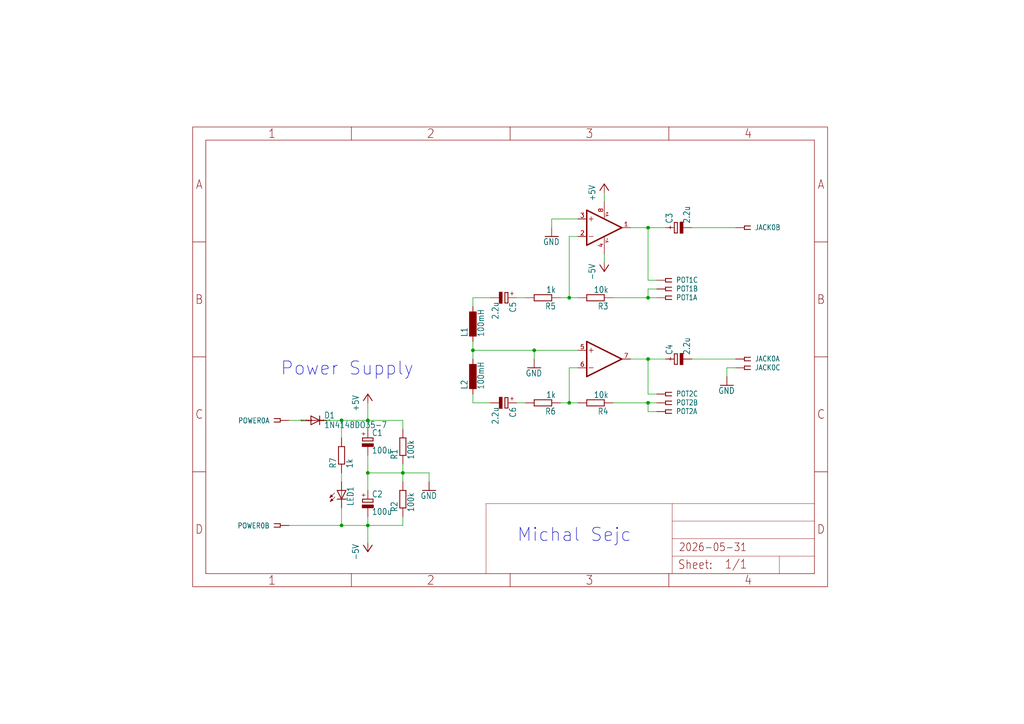
<source format=kicad_sch>
(kicad_sch (version 20230121) (generator eeschema)
  (paper "A4")
  (lib_symbols
    (symbol "FLONW2WIQIA89IA-eagle-import:+5V" (power)
      (property "Value" "+5V" (at -2.54 -5.08 90))
      (symbol "+5V_1_0"
        (polyline (pts (xy 0 0) (xy -1.27 -1.905)) (stroke (width 0.254)))
        (polyline (pts (xy 1.27 -1.905) (xy 0 0)) (stroke (width 0.254)))
        (pin power_in line (at 0 -2.54 90) (length 2.54) (name "+5V") (number "1"))
      )
    )
    (symbol "FLONW2WIQIA89IA-eagle-import:-5V" (power)
      (property "Value" "-5V" (at -2.54 -2.54 90))
      (symbol "-5V_1_0"
        (polyline (pts (xy -1.27 1.905) (xy 0 0)) (stroke (width 0.254)))
        (polyline (pts (xy 0 0) (xy 1.27 1.905)) (stroke (width 0.254)))
        (pin power_in line (at 0 2.54 270) (length 2.54) (name "-5V") (number "1"))
      )
    )
    (symbol "FLONW2WIQIA89IA-eagle-import:1N4148DO35-7"
      (property "Reference" "D" (at 2.54 0.4826 0))
      (symbol "1N4148DO35-7_1_0"
        (polyline (pts (xy -1.27 -1.27) (xy 1.27 0)) (stroke (width 0.254)))
        (polyline (pts (xy -1.27 1.27) (xy -1.27 -1.27)) (stroke (width 0.254)))
        (polyline (pts (xy 1.27 0) (xy -1.27 1.27)) (stroke (width 0.254)))
        (polyline (pts (xy 1.27 0) (xy 1.27 -1.27)) (stroke (width 0.254)))
        (polyline (pts (xy 1.27 1.27) (xy 1.27 0)) (stroke (width 0.254)))
        (text "SpiceOrder 1" (at -2.54 0 0) (effects (font (size 0.4064 0.3454))))
        (text "SpiceOrder 2" (at 2.54 0 0) (effects (font (size 0.4064 0.3454))))
        (pin passive line (at -2.54 0 0) (length 2.54) (name "A") (number "A"))
        (pin passive line (at 2.54 0 180) (length 2.54) (name "C") (number "C"))
      )
    )
    (symbol "FLONW2WIQIA89IA-eagle-import:A5L-LOC"
      (symbol "A5L-LOC_1_0"
        (polyline (pts (xy 0 33.3375) (xy 3.81 33.3375)))
        (polyline (pts (xy 0 66.675) (xy 3.81 66.675)))
        (polyline (pts (xy 0 100.0125) (xy 3.81 100.0125)))
        (polyline (pts (xy 3.81 3.81) (xy 3.81 129.54)))
        (polyline (pts (xy 46.0375 0) (xy 46.0375 3.81)))
        (polyline (pts (xy 46.0375 129.54) (xy 46.0375 133.35)))
        (polyline (pts (xy 85.09 3.81) (xy 85.09 24.13)) (stroke (width 0.1016)))
        (polyline (pts (xy 85.09 24.13) (xy 139.065 24.13)) (stroke (width 0.1016)))
        (polyline (pts (xy 92.075 0) (xy 92.075 3.81)))
        (polyline (pts (xy 92.075 129.54) (xy 92.075 133.35)))
        (polyline (pts (xy 138.1125 0) (xy 138.1125 3.81)))
        (polyline (pts (xy 138.1125 129.54) (xy 138.1125 133.35)))
        (polyline (pts (xy 139.065 8.89) (xy 139.065 3.81)) (stroke (width 0.1016)))
        (polyline (pts (xy 139.065 8.89) (xy 139.065 13.97)) (stroke (width 0.1016)))
        (polyline (pts (xy 139.065 13.97) (xy 139.065 19.05)) (stroke (width 0.1016)))
        (polyline (pts (xy 139.065 13.97) (xy 180.34 13.97)) (stroke (width 0.1016)))
        (polyline (pts (xy 139.065 19.05) (xy 139.065 24.13)) (stroke (width 0.1016)))
        (polyline (pts (xy 139.065 19.05) (xy 180.34 19.05)) (stroke (width 0.1016)))
        (polyline (pts (xy 139.065 24.13) (xy 180.34 24.13)) (stroke (width 0.1016)))
        (polyline (pts (xy 170.18 3.81) (xy 170.18 8.89)) (stroke (width 0.1016)))
        (polyline (pts (xy 170.18 8.89) (xy 139.065 8.89)) (stroke (width 0.1016)))
        (polyline (pts (xy 170.18 8.89) (xy 180.34 8.89)) (stroke (width 0.1016)))
        (polyline (pts (xy 180.34 3.81) (xy 3.81 3.81)))
        (polyline (pts (xy 180.34 3.81) (xy 180.34 129.54)))
        (polyline (pts (xy 180.34 33.3375) (xy 184.15 33.3375)))
        (polyline (pts (xy 180.34 66.675) (xy 184.15 66.675)))
        (polyline (pts (xy 180.34 100.0125) (xy 184.15 100.0125)))
        (polyline (pts (xy 180.34 129.54) (xy 3.81 129.54)))
        (polyline (pts (xy 0 0) (xy 184.15 0) (xy 184.15 133.35) (xy 0 133.35) (xy 0 0)))
        (text "${#}/${##}" (at 154.305 5.08 0) (effects (font (size 2.54 2.159)) (justify left bottom)))
        (text "${CURRENT_DATE}" (at 140.97 10.16 0) (effects (font (size 2.286 1.9431)) (justify left bottom)))
        (text "${PROJECTNAME}" (at 140.97 15.24 0) (effects (font (size 2.54 2.159)) (justify left bottom)))
        (text "1" (at 23.0188 1.905 0) (effects (font (size 2.54 2.286))))
        (text "1" (at 23.0188 131.445 0) (effects (font (size 2.54 2.286))))
        (text "2" (at 69.0563 1.905 0) (effects (font (size 2.54 2.286))))
        (text "2" (at 69.0563 131.445 0) (effects (font (size 2.54 2.286))))
        (text "3" (at 115.0938 1.905 0) (effects (font (size 2.54 2.286))))
        (text "3" (at 115.0938 131.445 0) (effects (font (size 2.54 2.286))))
        (text "4" (at 161.1313 1.905 0) (effects (font (size 2.54 2.286))))
        (text "4" (at 161.1313 131.445 0) (effects (font (size 2.54 2.286))))
        (text "A" (at 1.905 116.6813 0) (effects (font (size 2.54 2.286))))
        (text "A" (at 182.245 116.6813 0) (effects (font (size 2.54 2.286))))
        (text "B" (at 1.905 83.3438 0) (effects (font (size 2.54 2.286))))
        (text "B" (at 182.245 83.3438 0) (effects (font (size 2.54 2.286))))
        (text "C" (at 1.905 50.0063 0) (effects (font (size 2.54 2.286))))
        (text "C" (at 182.245 50.0063 0) (effects (font (size 2.54 2.286))))
        (text "D" (at 1.905 16.6688 0) (effects (font (size 2.54 2.286))))
        (text "D" (at 182.245 16.6688 0) (effects (font (size 2.54 2.286))))
        (text "Sheet:" (at 140.716 4.953 0) (effects (font (size 2.54 2.159)) (justify left bottom)))
      )
    )
    (symbol "FLONW2WIQIA89IA-eagle-import:CPOL-EUE2,5-6E"
      (property "Reference" "C" (at 1.143 0.4826 0))
      (symbol "CPOL-EUE2,5-6E_1_0"
        (rectangle (start -1.651 -2.54) (end 1.651 -1.651) (fill (type outline)))
        (polyline (pts (xy -1.524 -0.889) (xy 1.524 -0.889)) (stroke (width 0.254)))
        (polyline (pts (xy -1.524 0) (xy -1.524 -0.889)) (stroke (width 0.254)))
        (polyline (pts (xy -1.524 0) (xy 1.524 0)) (stroke (width 0.254)))
        (polyline (pts (xy 1.524 -0.889) (xy 1.524 0)) (stroke (width 0.254)))
        (text "+" (at -0.5842 0.4064 900) (effects (font (size 1.27 1.0795)) (justify left bottom)))
        (pin passive line (at 0 2.54 270) (length 2.54) (name "+") (number "+"))
        (pin passive line (at 0 -5.08 90) (length 2.54) (name "-") (number "-"))
      )
    )
    (symbol "FLONW2WIQIA89IA-eagle-import:CPOL-EUE2.5-7"
      (property "Reference" "C" (at 1.143 0.4826 0))
      (symbol "CPOL-EUE2.5-7_1_0"
        (rectangle (start -1.651 -2.54) (end 1.651 -1.651) (fill (type outline)))
        (polyline (pts (xy -1.524 -0.889) (xy 1.524 -0.889)) (stroke (width 0.254)))
        (polyline (pts (xy -1.524 0) (xy -1.524 -0.889)) (stroke (width 0.254)))
        (polyline (pts (xy -1.524 0) (xy 1.524 0)) (stroke (width 0.254)))
        (polyline (pts (xy 1.524 -0.889) (xy 1.524 0)) (stroke (width 0.254)))
        (text "+" (at -0.5842 0.4064 900) (effects (font (size 1.27 1.0795)) (justify left bottom)))
        (pin passive line (at 0 2.54 270) (length 2.54) (name "+") (number "+"))
        (pin passive line (at 0 -5.08 90) (length 2.54) (name "-") (number "-"))
      )
    )
    (symbol "FLONW2WIQIA89IA-eagle-import:GND" (power)
      (property "Value" "GND" (at -2.54 -2.54 0))
      (symbol "GND_1_0"
        (polyline (pts (xy -1.905 0) (xy 1.905 0)) (stroke (width 0.254)))
        (pin power_in line (at 0 2.54 270) (length 2.54) (name "GND") (number "1"))
      )
    )
    (symbol "FLONW2WIQIA89IA-eagle-import:L-EU0204/5"
      (property "Reference" "L" (at -1.4986 -3.81 90))
      (symbol "L-EU0204/5_1_0"
        (rectangle (start -1.016 -3.556) (end 1.016 3.556) (fill (type outline)))
        (pin passive line (at 0 5.08 270) (length 2.54) (name "1") (number "1"))
        (pin passive line (at 0 -5.08 90) (length 2.54) (name "2") (number "2"))
      )
    )
    (symbol "FLONW2WIQIA89IA-eagle-import:LED5MM"
      (property "Reference" "LED" (at 3.556 -4.572 90))
      (symbol "LED5MM_1_0"
        (polyline (pts (xy -2.032 -0.762) (xy -3.429 -2.159)) (stroke (width 0.1524)))
        (polyline (pts (xy -1.905 -1.905) (xy -3.302 -3.302)) (stroke (width 0.1524)))
        (polyline (pts (xy 0 -2.54) (xy -1.27 -2.54)) (stroke (width 0.254)))
        (polyline (pts (xy 0 -2.54) (xy -1.27 0)) (stroke (width 0.254)))
        (polyline (pts (xy 0 0) (xy -1.27 0)) (stroke (width 0.254)))
        (polyline (pts (xy 0 0) (xy 0 -2.54)) (stroke (width 0.1524)))
        (polyline (pts (xy 1.27 -2.54) (xy 0 -2.54)) (stroke (width 0.254)))
        (polyline (pts (xy 1.27 0) (xy 0 -2.54)) (stroke (width 0.254)))
        (polyline (pts (xy 1.27 0) (xy 0 0)) (stroke (width 0.254)))
        (polyline (pts (xy -3.429 -2.159) (xy -3.048 -1.27) (xy -2.54 -1.778)) (stroke (width 0.1524)) (fill (type outline)))
        (polyline (pts (xy -3.302 -3.302) (xy -2.921 -2.413) (xy -2.413 -2.921)) (stroke (width 0.1524)) (fill (type outline)))
        (pin passive line (at 0 2.54 270) (length 2.54) (name "A") (number "A"))
        (pin passive line (at 0 -5.08 90) (length 2.54) (name "C") (number "K"))
      )
    )
    (symbol "FLONW2WIQIA89IA-eagle-import:LM358N"
      (symbol "LM358N_1_0"
        (polyline (pts (xy -5.08 -5.08) (xy 5.08 0)) (stroke (width 0.4064)))
        (polyline (pts (xy -5.08 5.08) (xy -5.08 -5.08)) (stroke (width 0.4064)))
        (polyline (pts (xy -4.445 -2.54) (xy -3.175 -2.54)) (stroke (width 0.1524)))
        (polyline (pts (xy -4.445 2.54) (xy -3.175 2.54)) (stroke (width 0.1524)))
        (polyline (pts (xy -3.81 3.175) (xy -3.81 1.905)) (stroke (width 0.1524)))
        (polyline (pts (xy 5.08 0) (xy -5.08 5.08)) (stroke (width 0.4064)))
        (pin output line (at 7.62 0 180) (length 2.54) (name "OUT") (number "1"))
        (pin input line (at -7.62 -2.54 0) (length 2.54) (name "-IN") (number "2"))
        (pin input line (at -7.62 2.54 0) (length 2.54) (name "+IN") (number "3"))
      )
      (symbol "LM358N_2_0"
        (polyline (pts (xy -5.08 -5.08) (xy 5.08 0)) (stroke (width 0.4064)))
        (polyline (pts (xy -5.08 5.08) (xy -5.08 -5.08)) (stroke (width 0.4064)))
        (polyline (pts (xy -4.445 -2.54) (xy -3.175 -2.54)) (stroke (width 0.1524)))
        (polyline (pts (xy -4.445 2.54) (xy -3.175 2.54)) (stroke (width 0.1524)))
        (polyline (pts (xy -3.81 3.175) (xy -3.81 1.905)) (stroke (width 0.1524)))
        (polyline (pts (xy 5.08 0) (xy -5.08 5.08)) (stroke (width 0.4064)))
        (pin input line (at -7.62 2.54 0) (length 2.54) (name "+IN") (number "5"))
        (pin input line (at -7.62 -2.54 0) (length 2.54) (name "-IN") (number "6"))
        (pin output line (at 7.62 0 180) (length 2.54) (name "OUT") (number "7"))
      )
      (symbol "LM358N_3_0"
        (text "V+" (at 1.27 3.175 900) (effects (font (size 0.8128 0.6908)) (justify left bottom)))
        (text "V-" (at 1.27 -4.445 900) (effects (font (size 0.8128 0.6908)) (justify left bottom)))
        (pin power_in line (at 0 -7.62 90) (length 5.08) (name "V-") (number "4"))
        (pin power_in line (at 0 7.62 270) (length 5.08) (name "V+") (number "8"))
      )
    )
    (symbol "FLONW2WIQIA89IA-eagle-import:R-EU_0204/7"
      (property "Reference" "R" (at -3.81 1.4986 0))
      (symbol "R-EU_0204/7_1_0"
        (polyline (pts (xy -2.54 -0.889) (xy -2.54 0.889)) (stroke (width 0.254)))
        (polyline (pts (xy -2.54 -0.889) (xy 2.54 -0.889)) (stroke (width 0.254)))
        (polyline (pts (xy 2.54 -0.889) (xy 2.54 0.889)) (stroke (width 0.254)))
        (polyline (pts (xy 2.54 0.889) (xy -2.54 0.889)) (stroke (width 0.254)))
        (pin passive line (at -5.08 0 0) (length 2.54) (name "1") (number "1"))
        (pin passive line (at 5.08 0 180) (length 2.54) (name "2") (number "2"))
      )
    )
    (symbol "FLONW2WIQIA89IA-eagle-import:SSW-102-02-S-S-RA"
      (property "Reference" "X" (at -3.048 0.762 0))
      (symbol "SSW-102-02-S-S-RA_1_0"
        (polyline (pts (xy -1.778 0.508) (xy 0 0.508)) (stroke (width 0.254)))
        (polyline (pts (xy 0 -0.508) (xy -1.778 -0.508)) (stroke (width 0.254)))
        (polyline (pts (xy 0 0.508) (xy 0 -0.508)) (stroke (width 0.254)))
        (pin passive line (at 2.54 0 180) (length 2.54) (name "1") (number "1"))
      )
      (symbol "SSW-102-02-S-S-RA_2_0"
        (polyline (pts (xy -1.778 0.508) (xy 0 0.508)) (stroke (width 0.254)))
        (polyline (pts (xy 0 -0.508) (xy -1.778 -0.508)) (stroke (width 0.254)))
        (polyline (pts (xy 0 0.508) (xy 0 -0.508)) (stroke (width 0.254)))
        (pin passive line (at 2.54 0 180) (length 2.54) (name "1") (number "2"))
      )
    )
    (symbol "FLONW2WIQIA89IA-eagle-import:SSW-103-02-S-S-RA"
      (property "Reference" "X" (at -3.048 0.762 0))
      (symbol "SSW-103-02-S-S-RA_1_0"
        (polyline (pts (xy -1.778 0.508) (xy 0 0.508)) (stroke (width 0.254)))
        (polyline (pts (xy 0 -0.508) (xy -1.778 -0.508)) (stroke (width 0.254)))
        (polyline (pts (xy 0 0.508) (xy 0 -0.508)) (stroke (width 0.254)))
        (pin passive line (at 2.54 0 180) (length 2.54) (name "1") (number "1"))
      )
      (symbol "SSW-103-02-S-S-RA_2_0"
        (polyline (pts (xy -1.778 0.508) (xy 0 0.508)) (stroke (width 0.254)))
        (polyline (pts (xy 0 -0.508) (xy -1.778 -0.508)) (stroke (width 0.254)))
        (polyline (pts (xy 0 0.508) (xy 0 -0.508)) (stroke (width 0.254)))
        (pin passive line (at 2.54 0 180) (length 2.54) (name "1") (number "2"))
      )
      (symbol "SSW-103-02-S-S-RA_3_0"
        (polyline (pts (xy -1.778 0.508) (xy 0 0.508)) (stroke (width 0.254)))
        (polyline (pts (xy 0 -0.508) (xy -1.778 -0.508)) (stroke (width 0.254)))
        (polyline (pts (xy 0 0.508) (xy 0 -0.508)) (stroke (width 0.254)))
        (pin passive line (at 2.54 0 180) (length 2.54) (name "1") (number "3"))
      )
    )
  )
  (junction (at 116.84 137.16))
  (junction (at 137.16 101.6))
  (junction (at 99.06 152.4))
  (junction (at 165.1 116.84))
  (junction (at 165.1 86.36))
  (junction (at 187.96 86.36))
  (junction (at 187.96 116.84))
  (junction (at 106.68 137.16))
  (junction (at 154.94 101.6))
  (junction (at 106.68 121.92))
  (junction (at 106.68 152.4))
  (junction (at 187.96 104.14))
  (junction (at 99.06 121.92))
  (junction (at 187.96 66.04))
  (wire (pts (xy 167.64 106.68) (xy 165.1 106.68)) (stroke (width 0.1524)))
  (wire (pts (xy 160.02 63.5) (xy 160.02 66.04)) (stroke (width 0.1524)))
  (wire (pts (xy 137.16 86.36) (xy 137.16 88.9)) (stroke (width 0.1524)))
  (wire (pts (xy 213.36 66.04) (xy 200.66 66.04)) (stroke (width 0.1524)))
  (wire (pts (xy 193.04 104.14) (xy 187.96 104.14)) (stroke (width 0.1524)))
  (wire (pts (xy 193.04 66.04) (xy 187.96 66.04)) (stroke (width 0.1524)))
  (wire (pts (xy 162.56 86.36) (xy 165.1 86.36)) (stroke (width 0.1524)))
  (wire (pts (xy 154.94 101.6) (xy 154.94 104.14)) (stroke (width 0.1524)))
  (wire (pts (xy 190.5 81.28) (xy 187.96 81.28)) (stroke (width 0.1524)))
  (wire (pts (xy 165.1 106.68) (xy 165.1 116.84)) (stroke (width 0.1524)))
  (wire (pts (xy 190.5 83.82) (xy 187.96 83.82)) (stroke (width 0.1524)))
  (wire (pts (xy 116.84 121.92) (xy 106.68 121.92)) (stroke (width 0.1524)))
  (wire (pts (xy 187.96 119.38) (xy 187.96 116.84)) (stroke (width 0.1524)))
  (wire (pts (xy 167.64 101.6) (xy 154.94 101.6)) (stroke (width 0.1524)))
  (wire (pts (xy 99.06 147.32) (xy 99.06 152.4)) (stroke (width 0.1524)))
  (wire (pts (xy 106.68 116.84) (xy 106.68 121.92)) (stroke (width 0.1524)))
  (wire (pts (xy 116.84 134.62) (xy 116.84 137.16)) (stroke (width 0.1524)))
  (wire (pts (xy 137.16 99.06) (xy 137.16 101.6)) (stroke (width 0.1524)))
  (wire (pts (xy 187.96 83.82) (xy 187.96 86.36)) (stroke (width 0.1524)))
  (wire (pts (xy 116.84 152.4) (xy 106.68 152.4)) (stroke (width 0.1524)))
  (wire (pts (xy 124.46 137.16) (xy 124.46 139.7)) (stroke (width 0.1524)))
  (wire (pts (xy 167.64 63.5) (xy 160.02 63.5)) (stroke (width 0.1524)))
  (wire (pts (xy 116.84 137.16) (xy 106.68 137.16)) (stroke (width 0.1524)))
  (wire (pts (xy 106.68 152.4) (xy 106.68 149.86)) (stroke (width 0.1524)))
  (wire (pts (xy 149.86 116.84) (xy 152.4 116.84)) (stroke (width 0.1524)))
  (wire (pts (xy 83.82 121.92) (xy 88.9 121.92)) (stroke (width 0.1524)))
  (wire (pts (xy 106.68 121.92) (xy 99.06 121.92)) (stroke (width 0.1524)))
  (wire (pts (xy 142.24 116.84) (xy 137.16 116.84)) (stroke (width 0.1524)))
  (wire (pts (xy 210.82 106.68) (xy 213.36 106.68)) (stroke (width 0.1524)))
  (wire (pts (xy 142.24 86.36) (xy 137.16 86.36)) (stroke (width 0.1524)))
  (wire (pts (xy 187.96 116.84) (xy 190.5 116.84)) (stroke (width 0.1524)))
  (wire (pts (xy 187.96 104.14) (xy 187.96 114.3)) (stroke (width 0.1524)))
  (wire (pts (xy 106.68 121.92) (xy 106.68 124.46)) (stroke (width 0.1524)))
  (wire (pts (xy 154.94 101.6) (xy 137.16 101.6)) (stroke (width 0.1524)))
  (wire (pts (xy 149.86 86.36) (xy 152.4 86.36)) (stroke (width 0.1524)))
  (wire (pts (xy 106.68 137.16) (xy 106.68 142.24)) (stroke (width 0.1524)))
  (wire (pts (xy 175.26 73.66) (xy 175.26 76.2)) (stroke (width 0.1524)))
  (wire (pts (xy 187.96 66.04) (xy 187.96 81.28)) (stroke (width 0.1524)))
  (wire (pts (xy 99.06 127) (xy 99.06 121.92)) (stroke (width 0.1524)))
  (wire (pts (xy 175.26 55.88) (xy 175.26 58.42)) (stroke (width 0.1524)))
  (wire (pts (xy 116.84 137.16) (xy 116.84 139.7)) (stroke (width 0.1524)))
  (wire (pts (xy 187.96 86.36) (xy 177.8 86.36)) (stroke (width 0.1524)))
  (wire (pts (xy 190.5 86.36) (xy 187.96 86.36)) (stroke (width 0.1524)))
  (wire (pts (xy 99.06 121.92) (xy 93.98 121.92)) (stroke (width 0.1524)))
  (wire (pts (xy 187.96 104.14) (xy 182.88 104.14)) (stroke (width 0.1524)))
  (wire (pts (xy 162.56 116.84) (xy 165.1 116.84)) (stroke (width 0.1524)))
  (wire (pts (xy 165.1 68.58) (xy 165.1 86.36)) (stroke (width 0.1524)))
  (wire (pts (xy 165.1 86.36) (xy 167.64 86.36)) (stroke (width 0.1524)))
  (wire (pts (xy 116.84 149.86) (xy 116.84 152.4)) (stroke (width 0.1524)))
  (wire (pts (xy 187.96 116.84) (xy 177.8 116.84)) (stroke (width 0.1524)))
  (wire (pts (xy 210.82 106.68) (xy 210.82 109.22)) (stroke (width 0.1524)))
  (wire (pts (xy 187.96 119.38) (xy 190.5 119.38)) (stroke (width 0.1524)))
  (wire (pts (xy 116.84 124.46) (xy 116.84 121.92)) (stroke (width 0.1524)))
  (wire (pts (xy 137.16 101.6) (xy 137.16 104.14)) (stroke (width 0.1524)))
  (wire (pts (xy 165.1 116.84) (xy 167.64 116.84)) (stroke (width 0.1524)))
  (wire (pts (xy 167.64 68.58) (xy 165.1 68.58)) (stroke (width 0.1524)))
  (wire (pts (xy 116.84 137.16) (xy 124.46 137.16)) (stroke (width 0.1524)))
  (wire (pts (xy 187.96 66.04) (xy 182.88 66.04)) (stroke (width 0.1524)))
  (wire (pts (xy 106.68 152.4) (xy 106.68 157.48)) (stroke (width 0.1524)))
  (wire (pts (xy 213.36 104.14) (xy 200.66 104.14)) (stroke (width 0.1524)))
  (wire (pts (xy 187.96 114.3) (xy 190.5 114.3)) (stroke (width 0.1524)))
  (wire (pts (xy 83.82 152.4) (xy 99.06 152.4)) (stroke (width 0.1524)))
  (wire (pts (xy 137.16 116.84) (xy 137.16 114.3)) (stroke (width 0.1524)))
  (wire (pts (xy 106.68 132.08) (xy 106.68 137.16)) (stroke (width 0.1524)))
  (wire (pts (xy 99.06 137.16) (xy 99.06 139.7)) (stroke (width 0.1524)))
  (wire (pts (xy 99.06 152.4) (xy 106.68 152.4)) (stroke (width 0.1524)))
  (text "Power Supply" (at 81.28 109.22 0) (effects (font (size 3.81 3.81)) (justify left bottom)))
  (text "Michal Sejc" (at 149.86 157.48 0) (effects (font (size 3.81 3.81)) (justify left bottom)))
  (symbol (lib_id "FLONW2WIQIA89IA-eagle-import:LM358N") (at 175.26 66.04 0) (unit 1)
    (property "Reference" "IC1" (effects hide))
    (property "Value" "LM358N" (effects hide))
    (property "Footprint" "FLONW2WIQIA89IA:DIL08" (effects hide))
  )
  (symbol (lib_id "FLONW2WIQIA89IA-eagle-import:SSW-103-02-S-S-RA") (at 193.04 119.38 180) (unit 1)
    (property "Reference" "POT2" (at 196.088 120.142 0) (effects (font (size 1.524 1.2954)) (justify right top)))
    (property "Value" "SSW-103-02-S-S-RA" (effects hide))
    (property "Footprint" "FLONW2WIQIA89IA:SSW-103-02-S-S-RA" (effects hide))
  )
  (symbol (lib_id "FLONW2WIQIA89IA-eagle-import:CPOL-EUE2,5-6E") (at 147.32 116.84 270) (unit 1)
    (property "Reference" "C6" (at 147.8026 117.983 0) (effects (font (size 1.778 1.5113)) (justify left bottom)))
    (property "Value" "2.2u" (at 142.7226 117.983 0) (effects (font (size 1.778 1.5113)) (justify left bottom)))
    (property "Footprint" "FLONW2WIQIA89IA:E2,5-6E" (effects hide))
  )
  (symbol (lib_id "FLONW2WIQIA89IA-eagle-import:LM358N") (at 175.26 104.14 0) (unit 2)
    (property "Reference" "IC1" (effects hide))
    (property "Value" "LM358N" (effects hide))
    (property "Footprint" "FLONW2WIQIA89IA:DIL08" (effects hide))
  )
  (symbol (lib_id "FLONW2WIQIA89IA-eagle-import:+5V") (at 175.26 53.34 0) (unit 1)
    (property "Reference" "#P+2" (effects hide))
    (property "Value" "+5V" (at 172.72 58.42 90) (effects (font (size 1.778 1.5113)) (justify left bottom)))
  )
  (symbol (lib_id "FLONW2WIQIA89IA-eagle-import:SSW-103-02-S-S-RA") (at 193.04 86.36 180) (unit 1)
    (property "Reference" "POT1" (at 196.088 87.122 0) (effects (font (size 1.524 1.2954)) (justify right top)))
    (property "Value" "SSW-103-02-S-S-RA" (effects hide))
    (property "Footprint" "FLONW2WIQIA89IA:SSW-103-02-S-S-RA" (effects hide))
  )
  (symbol (lib_id "FLONW2WIQIA89IA-eagle-import:+5V") (at 106.68 114.3 0) (unit 1)
    (property "Reference" "#P+1" (effects hide))
    (property "Value" "+5V" (at 104.14 119.38 90) (effects (font (size 1.778 1.5113)) (justify left bottom)))
  )
  (symbol (lib_id "FLONW2WIQIA89IA-eagle-import:LM358N") (at 175.26 66.04 0) (unit 3)
    (property "Reference" "IC1" (effects hide))
    (property "Value" "LM358N" (effects hide))
    (property "Footprint" "FLONW2WIQIA89IA:DIL08" (effects hide))
  )
  (symbol (lib_id "FLONW2WIQIA89IA-eagle-import:R-EU_0204/7") (at 116.84 129.54 90) (unit 1)
    (property "Reference" "R1" (at 115.3414 133.35 0) (effects (font (size 1.778 1.5113)) (justify left bottom)))
    (property "Value" "100k" (at 120.142 133.35 0) (effects (font (size 1.778 1.5113)) (justify left bottom)))
    (property "Footprint" "FLONW2WIQIA89IA:0204_7" (effects hide))
  )
  (symbol (lib_id "FLONW2WIQIA89IA-eagle-import:CPOL-EUE2,5-6E") (at 195.58 66.04 90) (unit 1)
    (property "Reference" "C3" (at 195.0974 64.897 0) (effects (font (size 1.778 1.5113)) (justify left bottom)))
    (property "Value" "2.2u" (at 200.1774 64.897 0) (effects (font (size 1.778 1.5113)) (justify left bottom)))
    (property "Footprint" "FLONW2WIQIA89IA:E2,5-6E" (effects hide))
  )
  (symbol (lib_id "FLONW2WIQIA89IA-eagle-import:GND") (at 160.02 68.58 0) (unit 1)
    (property "Reference" "#GND2" (effects hide))
    (property "Value" "GND" (at 157.48 71.12 0) (effects (font (size 1.778 1.5113)) (justify left bottom)))
  )
  (symbol (lib_id "FLONW2WIQIA89IA-eagle-import:SSW-103-02-S-S-RA") (at 193.04 116.84 180) (unit 2)
    (property "Reference" "POT2" (at 196.088 117.602 0) (effects (font (size 1.524 1.2954)) (justify right top)))
    (property "Value" "SSW-103-02-S-S-RA" (effects hide))
    (property "Footprint" "FLONW2WIQIA89IA:SSW-103-02-S-S-RA" (effects hide))
  )
  (symbol (lib_id "FLONW2WIQIA89IA-eagle-import:L-EU0204/5") (at 137.16 93.98 0) (unit 1)
    (property "Reference" "L1" (at 135.6614 97.79 90) (effects (font (size 1.778 1.5113)) (justify left bottom)))
    (property "Value" "100mH" (at 140.462 97.79 90) (effects (font (size 1.778 1.5113)) (justify left bottom)))
    (property "Footprint" "FLONW2WIQIA89IA:0204_5" (effects hide))
  )
  (symbol (lib_id "FLONW2WIQIA89IA-eagle-import:R-EU_0204/7") (at 116.84 144.78 90) (unit 1)
    (property "Reference" "R2" (at 115.3414 148.59 0) (effects (font (size 1.778 1.5113)) (justify left bottom)))
    (property "Value" "100k" (at 120.142 148.59 0) (effects (font (size 1.778 1.5113)) (justify left bottom)))
    (property "Footprint" "FLONW2WIQIA89IA:0204_7" (effects hide))
  )
  (symbol (lib_id "FLONW2WIQIA89IA-eagle-import:L-EU0204/5") (at 137.16 109.22 0) (unit 1)
    (property "Reference" "L2" (at 135.6614 113.03 90) (effects (font (size 1.778 1.5113)) (justify left bottom)))
    (property "Value" "100mH" (at 140.462 113.03 90) (effects (font (size 1.778 1.5113)) (justify left bottom)))
    (property "Footprint" "FLONW2WIQIA89IA:0204_5" (effects hide))
  )
  (symbol (lib_id "FLONW2WIQIA89IA-eagle-import:A5L-LOC") (at 55.88 170.18 0) (unit 1)
    (property "Reference" "#FRAME1" (effects hide))
    (property "Value" "A5L-LOC" (effects hide))
  )
  (symbol (lib_id "FLONW2WIQIA89IA-eagle-import:R-EU_0204/7") (at 99.06 132.08 90) (unit 1)
    (property "Reference" "R7" (at 97.5614 135.89 0) (effects (font (size 1.778 1.5113)) (justify left bottom)))
    (property "Value" "1k" (at 102.362 135.89 0) (effects (font (size 1.778 1.5113)) (justify left bottom)))
    (property "Footprint" "FLONW2WIQIA89IA:0204_7" (effects hide))
  )
  (symbol (lib_id "FLONW2WIQIA89IA-eagle-import:SSW-103-02-S-S-RA") (at 215.9 106.68 180) (unit 3)
    (property "Reference" "JACK0" (at 218.948 107.442 0) (effects (font (size 1.524 1.2954)) (justify right top)))
    (property "Value" "SSW-103-02-S-S-RA" (effects hide))
    (property "Footprint" "FLONW2WIQIA89IA:SSW-103-02-S-S-RA" (effects hide))
  )
  (symbol (lib_id "FLONW2WIQIA89IA-eagle-import:1N4148DO35-7") (at 91.44 121.92 0) (unit 1)
    (property "Reference" "D1" (at 93.98 121.4374 0) (effects (font (size 1.778 1.5113)) (justify left bottom)))
    (property "Value" "1N4148DO35-7" (at 93.98 124.2314 0) (effects (font (size 1.778 1.5113)) (justify left bottom)))
    (property "Footprint" "FLONW2WIQIA89IA:DO35-7" (effects hide))
  )
  (symbol (lib_id "FLONW2WIQIA89IA-eagle-import:-5V") (at 106.68 160.02 0) (unit 1)
    (property "Reference" "#P-1" (effects hide))
    (property "Value" "-5V" (at 104.14 162.56 90) (effects (font (size 1.778 1.5113)) (justify left bottom)))
  )
  (symbol (lib_id "FLONW2WIQIA89IA-eagle-import:R-EU_0204/7") (at 172.72 116.84 180) (unit 1)
    (property "Reference" "R4" (at 176.53 118.3386 0) (effects (font (size 1.778 1.5113)) (justify left bottom)))
    (property "Value" "10k" (at 176.53 113.538 0) (effects (font (size 1.778 1.5113)) (justify left bottom)))
    (property "Footprint" "FLONW2WIQIA89IA:0204_7" (effects hide))
  )
  (symbol (lib_id "FLONW2WIQIA89IA-eagle-import:R-EU_0204/7") (at 157.48 86.36 180) (unit 1)
    (property "Reference" "R5" (at 161.29 87.8586 0) (effects (font (size 1.778 1.5113)) (justify left bottom)))
    (property "Value" "1k" (at 161.29 83.058 0) (effects (font (size 1.778 1.5113)) (justify left bottom)))
    (property "Footprint" "FLONW2WIQIA89IA:0204_7" (effects hide))
  )
  (symbol (lib_id "FLONW2WIQIA89IA-eagle-import:CPOL-EUE2.5-7") (at 106.68 144.78 0) (unit 1)
    (property "Reference" "C2" (at 107.823 144.2974 0) (effects (font (size 1.778 1.5113)) (justify left bottom)))
    (property "Value" "100u" (at 107.823 149.3774 0) (effects (font (size 1.778 1.5113)) (justify left bottom)))
    (property "Footprint" "FLONW2WIQIA89IA:E2,5-7" (effects hide))
  )
  (symbol (lib_id "FLONW2WIQIA89IA-eagle-import:SSW-103-02-S-S-RA") (at 215.9 66.04 180) (unit 2)
    (property "Reference" "JACK0" (at 218.948 66.802 0) (effects (font (size 1.524 1.2954)) (justify right top)))
    (property "Value" "SSW-103-02-S-S-RA" (effects hide))
    (property "Footprint" "FLONW2WIQIA89IA:SSW-103-02-S-S-RA" (effects hide))
  )
  (symbol (lib_id "FLONW2WIQIA89IA-eagle-import:SSW-103-02-S-S-RA") (at 193.04 81.28 180) (unit 3)
    (property "Reference" "POT1" (at 196.088 82.042 0) (effects (font (size 1.524 1.2954)) (justify right top)))
    (property "Value" "SSW-103-02-S-S-RA" (effects hide))
    (property "Footprint" "FLONW2WIQIA89IA:SSW-103-02-S-S-RA" (effects hide))
  )
  (symbol (lib_id "FLONW2WIQIA89IA-eagle-import:SSW-102-02-S-S-RA") (at 81.28 152.4 0) (unit 2)
    (property "Reference" "POWER0" (at 78.232 151.638 0) (effects (font (size 1.524 1.2954)) (justify right top)))
    (property "Value" "SSW-102-02-S-S-RA" (effects hide))
    (property "Footprint" "FLONW2WIQIA89IA:SSW-102-02-S-S-RA" (effects hide))
  )
  (symbol (lib_id "FLONW2WIQIA89IA-eagle-import:SSW-103-02-S-S-RA") (at 215.9 104.14 180) (unit 1)
    (property "Reference" "JACK0" (at 218.948 104.902 0) (effects (font (size 1.524 1.2954)) (justify right top)))
    (property "Value" "SSW-103-02-S-S-RA" (effects hide))
    (property "Footprint" "FLONW2WIQIA89IA:SSW-103-02-S-S-RA" (effects hide))
  )
  (symbol (lib_id "FLONW2WIQIA89IA-eagle-import:SSW-102-02-S-S-RA") (at 81.28 121.92 0) (unit 1)
    (property "Reference" "POWER0" (at 78.232 121.158 0) (effects (font (size 1.524 1.2954)) (justify right top)))
    (property "Value" "SSW-102-02-S-S-RA" (effects hide))
    (property "Footprint" "FLONW2WIQIA89IA:SSW-102-02-S-S-RA" (effects hide))
  )
  (symbol (lib_id "FLONW2WIQIA89IA-eagle-import:SSW-103-02-S-S-RA") (at 193.04 114.3 180) (unit 3)
    (property "Reference" "POT2" (at 196.088 115.062 0) (effects (font (size 1.524 1.2954)) (justify right top)))
    (property "Value" "SSW-103-02-S-S-RA" (effects hide))
    (property "Footprint" "FLONW2WIQIA89IA:SSW-103-02-S-S-RA" (effects hide))
  )
  (symbol (lib_id "FLONW2WIQIA89IA-eagle-import:CPOL-EUE2,5-6E") (at 147.32 86.36 270) (unit 1)
    (property "Reference" "C5" (at 147.8026 87.503 0) (effects (font (size 1.778 1.5113)) (justify left bottom)))
    (property "Value" "2.2u" (at 142.7226 87.503 0) (effects (font (size 1.778 1.5113)) (justify left bottom)))
    (property "Footprint" "FLONW2WIQIA89IA:E2,5-6E" (effects hide))
  )
  (symbol (lib_id "FLONW2WIQIA89IA-eagle-import:GND") (at 124.46 142.24 0) (unit 1)
    (property "Reference" "#GND1" (effects hide))
    (property "Value" "GND" (at 121.92 144.78 0) (effects (font (size 1.778 1.5113)) (justify left bottom)))
  )
  (symbol (lib_id "FLONW2WIQIA89IA-eagle-import:R-EU_0204/7") (at 172.72 86.36 180) (unit 1)
    (property "Reference" "R3" (at 176.53 87.8586 0) (effects (font (size 1.778 1.5113)) (justify left bottom)))
    (property "Value" "10k" (at 176.53 83.058 0) (effects (font (size 1.778 1.5113)) (justify left bottom)))
    (property "Footprint" "FLONW2WIQIA89IA:0204_7" (effects hide))
  )
  (symbol (lib_id "FLONW2WIQIA89IA-eagle-import:GND") (at 210.82 111.76 0) (unit 1)
    (property "Reference" "#GND4" (effects hide))
    (property "Value" "GND" (at 208.28 114.3 0) (effects (font (size 1.778 1.5113)) (justify left bottom)))
  )
  (symbol (lib_id "FLONW2WIQIA89IA-eagle-import:R-EU_0204/7") (at 157.48 116.84 180) (unit 1)
    (property "Reference" "R6" (at 161.29 118.3386 0) (effects (font (size 1.778 1.5113)) (justify left bottom)))
    (property "Value" "1k" (at 161.29 113.538 0) (effects (font (size 1.778 1.5113)) (justify left bottom)))
    (property "Footprint" "FLONW2WIQIA89IA:0204_7" (effects hide))
  )
  (symbol (lib_id "FLONW2WIQIA89IA-eagle-import:CPOL-EUE2,5-6E") (at 195.58 104.14 90) (unit 1)
    (property "Reference" "C4" (at 195.0974 102.997 0) (effects (font (size 1.778 1.5113)) (justify left bottom)))
    (property "Value" "2.2u" (at 200.1774 102.997 0) (effects (font (size 1.778 1.5113)) (justify left bottom)))
    (property "Footprint" "FLONW2WIQIA89IA:E2,5-6E" (effects hide))
  )
  (symbol (lib_id "FLONW2WIQIA89IA-eagle-import:GND") (at 154.94 106.68 0) (unit 1)
    (property "Reference" "#GND3" (effects hide))
    (property "Value" "GND" (at 152.4 109.22 0) (effects (font (size 1.778 1.5113)) (justify left bottom)))
  )
  (symbol (lib_id "FLONW2WIQIA89IA-eagle-import:-5V") (at 175.26 78.74 0) (unit 1)
    (property "Reference" "#P-2" (effects hide))
    (property "Value" "-5V" (at 172.72 81.28 90) (effects (font (size 1.778 1.5113)) (justify left bottom)))
  )
  (symbol (lib_id "FLONW2WIQIA89IA-eagle-import:CPOL-EUE2.5-7") (at 106.68 127 0) (unit 1)
    (property "Reference" "C1" (at 107.823 126.5174 0) (effects (font (size 1.778 1.5113)) (justify left bottom)))
    (property "Value" "100u" (at 107.823 131.5974 0) (effects (font (size 1.778 1.5113)) (justify left bottom)))
    (property "Footprint" "FLONW2WIQIA89IA:E2,5-7" (effects hide))
  )
  (symbol (lib_id "FLONW2WIQIA89IA-eagle-import:SSW-103-02-S-S-RA") (at 193.04 83.82 180) (unit 2)
    (property "Reference" "POT1" (at 196.088 84.582 0) (effects (font (size 1.524 1.2954)) (justify right top)))
    (property "Value" "SSW-103-02-S-S-RA" (effects hide))
    (property "Footprint" "FLONW2WIQIA89IA:SSW-103-02-S-S-RA" (effects hide))
  )
  (symbol (lib_id "FLONW2WIQIA89IA-eagle-import:LED5MM") (at 99.06 142.24 0) (unit 1)
    (property "Reference" "LED1" (at 102.616 146.812 90) (effects (font (size 1.778 1.5113)) (justify left bottom)))
    (property "Value" "LED5MM" (effects hide))
    (property "Footprint" "FLONW2WIQIA89IA:LED5MM" (effects hide))
  )
)
</source>
